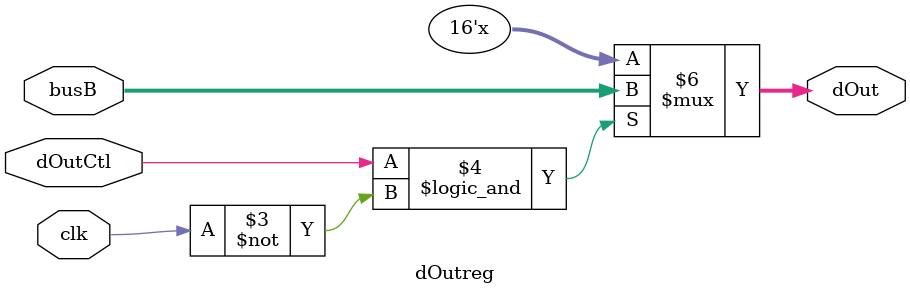
<source format=v>
/*
 * dOutreg: data output register
 *
 * Copyright (c) 2001. Integrated Computer Systems Lab., KAIST
 * All rights reserved.
 *
 * Author: Bae Young-Don(donny@ics.kaist.ac.kr)
 * Source: dOutreg.v
 * Date: 2001/8/23
 */

module	dOutreg (
	clk,
	busB,
	dOutCtl,
	dOut
);
input		clk;
input	[15:0]	busB;
input		dOutCtl;
output	[15:0]	dOut;

reg	[15:0]	dOut;

always@(clk or dOutCtl or busB)
begin
	if(dOutCtl == 1'b1 && clk == 1'b0) // transparent latch
		dOut = busB;
end

endmodule

</source>
